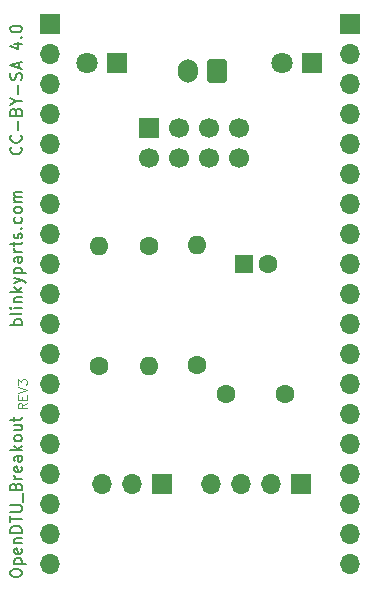
<source format=gbr>
%TF.GenerationSoftware,KiCad,Pcbnew,7.0.1*%
%TF.CreationDate,2023-04-19T22:29:49+02:00*%
%TF.ProjectId,OpenDTU_Breakout,4f70656e-4454-4555-9f42-7265616b6f75,rev?*%
%TF.SameCoordinates,Original*%
%TF.FileFunction,Soldermask,Top*%
%TF.FilePolarity,Negative*%
%FSLAX46Y46*%
G04 Gerber Fmt 4.6, Leading zero omitted, Abs format (unit mm)*
G04 Created by KiCad (PCBNEW 7.0.1) date 2023-04-19 22:29:49*
%MOMM*%
%LPD*%
G01*
G04 APERTURE LIST*
G04 Aperture macros list*
%AMRoundRect*
0 Rectangle with rounded corners*
0 $1 Rounding radius*
0 $2 $3 $4 $5 $6 $7 $8 $9 X,Y pos of 4 corners*
0 Add a 4 corners polygon primitive as box body*
4,1,4,$2,$3,$4,$5,$6,$7,$8,$9,$2,$3,0*
0 Add four circle primitives for the rounded corners*
1,1,$1+$1,$2,$3*
1,1,$1+$1,$4,$5*
1,1,$1+$1,$6,$7*
1,1,$1+$1,$8,$9*
0 Add four rect primitives between the rounded corners*
20,1,$1+$1,$2,$3,$4,$5,0*
20,1,$1+$1,$4,$5,$6,$7,0*
20,1,$1+$1,$6,$7,$8,$9,0*
20,1,$1+$1,$8,$9,$2,$3,0*%
G04 Aperture macros list end*
%ADD10C,0.125000*%
%ADD11C,0.150000*%
%ADD12C,1.600000*%
%ADD13O,1.600000X1.600000*%
%ADD14R,1.600000X1.600000*%
%ADD15R,1.700000X1.700000*%
%ADD16O,1.700000X1.700000*%
%ADD17R,1.800000X1.800000*%
%ADD18C,1.800000*%
%ADD19C,1.700000*%
%ADD20RoundRect,0.250000X0.600000X0.750000X-0.600000X0.750000X-0.600000X-0.750000X0.600000X-0.750000X0*%
%ADD21O,1.700000X2.000000*%
G04 APERTURE END LIST*
D10*
X119096964Y-118285714D02*
X118739821Y-118535714D01*
X119096964Y-118714285D02*
X118346964Y-118714285D01*
X118346964Y-118714285D02*
X118346964Y-118428571D01*
X118346964Y-118428571D02*
X118382678Y-118357142D01*
X118382678Y-118357142D02*
X118418392Y-118321428D01*
X118418392Y-118321428D02*
X118489821Y-118285714D01*
X118489821Y-118285714D02*
X118596964Y-118285714D01*
X118596964Y-118285714D02*
X118668392Y-118321428D01*
X118668392Y-118321428D02*
X118704107Y-118357142D01*
X118704107Y-118357142D02*
X118739821Y-118428571D01*
X118739821Y-118428571D02*
X118739821Y-118714285D01*
X118704107Y-117964285D02*
X118704107Y-117714285D01*
X119096964Y-117607142D02*
X119096964Y-117964285D01*
X119096964Y-117964285D02*
X118346964Y-117964285D01*
X118346964Y-117964285D02*
X118346964Y-117607142D01*
X118346964Y-117392857D02*
X119096964Y-117142857D01*
X119096964Y-117142857D02*
X118346964Y-116892857D01*
X118346964Y-116714286D02*
X118346964Y-116250000D01*
X118346964Y-116250000D02*
X118632678Y-116500000D01*
X118632678Y-116500000D02*
X118632678Y-116392857D01*
X118632678Y-116392857D02*
X118668392Y-116321429D01*
X118668392Y-116321429D02*
X118704107Y-116285714D01*
X118704107Y-116285714D02*
X118775535Y-116250000D01*
X118775535Y-116250000D02*
X118954107Y-116250000D01*
X118954107Y-116250000D02*
X119025535Y-116285714D01*
X119025535Y-116285714D02*
X119061250Y-116321429D01*
X119061250Y-116321429D02*
X119096964Y-116392857D01*
X119096964Y-116392857D02*
X119096964Y-116607143D01*
X119096964Y-116607143D02*
X119061250Y-116678571D01*
X119061250Y-116678571D02*
X119025535Y-116714286D01*
D11*
X118617380Y-96583333D02*
X118665000Y-96630952D01*
X118665000Y-96630952D02*
X118712619Y-96773809D01*
X118712619Y-96773809D02*
X118712619Y-96869047D01*
X118712619Y-96869047D02*
X118665000Y-97011904D01*
X118665000Y-97011904D02*
X118569761Y-97107142D01*
X118569761Y-97107142D02*
X118474523Y-97154761D01*
X118474523Y-97154761D02*
X118284047Y-97202380D01*
X118284047Y-97202380D02*
X118141190Y-97202380D01*
X118141190Y-97202380D02*
X117950714Y-97154761D01*
X117950714Y-97154761D02*
X117855476Y-97107142D01*
X117855476Y-97107142D02*
X117760238Y-97011904D01*
X117760238Y-97011904D02*
X117712619Y-96869047D01*
X117712619Y-96869047D02*
X117712619Y-96773809D01*
X117712619Y-96773809D02*
X117760238Y-96630952D01*
X117760238Y-96630952D02*
X117807857Y-96583333D01*
X118617380Y-95583333D02*
X118665000Y-95630952D01*
X118665000Y-95630952D02*
X118712619Y-95773809D01*
X118712619Y-95773809D02*
X118712619Y-95869047D01*
X118712619Y-95869047D02*
X118665000Y-96011904D01*
X118665000Y-96011904D02*
X118569761Y-96107142D01*
X118569761Y-96107142D02*
X118474523Y-96154761D01*
X118474523Y-96154761D02*
X118284047Y-96202380D01*
X118284047Y-96202380D02*
X118141190Y-96202380D01*
X118141190Y-96202380D02*
X117950714Y-96154761D01*
X117950714Y-96154761D02*
X117855476Y-96107142D01*
X117855476Y-96107142D02*
X117760238Y-96011904D01*
X117760238Y-96011904D02*
X117712619Y-95869047D01*
X117712619Y-95869047D02*
X117712619Y-95773809D01*
X117712619Y-95773809D02*
X117760238Y-95630952D01*
X117760238Y-95630952D02*
X117807857Y-95583333D01*
X118331666Y-95154761D02*
X118331666Y-94392857D01*
X118188809Y-93583333D02*
X118236428Y-93440476D01*
X118236428Y-93440476D02*
X118284047Y-93392857D01*
X118284047Y-93392857D02*
X118379285Y-93345238D01*
X118379285Y-93345238D02*
X118522142Y-93345238D01*
X118522142Y-93345238D02*
X118617380Y-93392857D01*
X118617380Y-93392857D02*
X118665000Y-93440476D01*
X118665000Y-93440476D02*
X118712619Y-93535714D01*
X118712619Y-93535714D02*
X118712619Y-93916666D01*
X118712619Y-93916666D02*
X117712619Y-93916666D01*
X117712619Y-93916666D02*
X117712619Y-93583333D01*
X117712619Y-93583333D02*
X117760238Y-93488095D01*
X117760238Y-93488095D02*
X117807857Y-93440476D01*
X117807857Y-93440476D02*
X117903095Y-93392857D01*
X117903095Y-93392857D02*
X117998333Y-93392857D01*
X117998333Y-93392857D02*
X118093571Y-93440476D01*
X118093571Y-93440476D02*
X118141190Y-93488095D01*
X118141190Y-93488095D02*
X118188809Y-93583333D01*
X118188809Y-93583333D02*
X118188809Y-93916666D01*
X118236428Y-92726190D02*
X118712619Y-92726190D01*
X117712619Y-93059523D02*
X118236428Y-92726190D01*
X118236428Y-92726190D02*
X117712619Y-92392857D01*
X118331666Y-92059523D02*
X118331666Y-91297619D01*
X118665000Y-90869047D02*
X118712619Y-90726190D01*
X118712619Y-90726190D02*
X118712619Y-90488095D01*
X118712619Y-90488095D02*
X118665000Y-90392857D01*
X118665000Y-90392857D02*
X118617380Y-90345238D01*
X118617380Y-90345238D02*
X118522142Y-90297619D01*
X118522142Y-90297619D02*
X118426904Y-90297619D01*
X118426904Y-90297619D02*
X118331666Y-90345238D01*
X118331666Y-90345238D02*
X118284047Y-90392857D01*
X118284047Y-90392857D02*
X118236428Y-90488095D01*
X118236428Y-90488095D02*
X118188809Y-90678571D01*
X118188809Y-90678571D02*
X118141190Y-90773809D01*
X118141190Y-90773809D02*
X118093571Y-90821428D01*
X118093571Y-90821428D02*
X117998333Y-90869047D01*
X117998333Y-90869047D02*
X117903095Y-90869047D01*
X117903095Y-90869047D02*
X117807857Y-90821428D01*
X117807857Y-90821428D02*
X117760238Y-90773809D01*
X117760238Y-90773809D02*
X117712619Y-90678571D01*
X117712619Y-90678571D02*
X117712619Y-90440476D01*
X117712619Y-90440476D02*
X117760238Y-90297619D01*
X118426904Y-89916666D02*
X118426904Y-89440476D01*
X118712619Y-90011904D02*
X117712619Y-89678571D01*
X117712619Y-89678571D02*
X118712619Y-89345238D01*
X118045952Y-87821428D02*
X118712619Y-87821428D01*
X117665000Y-88059523D02*
X118379285Y-88297618D01*
X118379285Y-88297618D02*
X118379285Y-87678571D01*
X118617380Y-87297618D02*
X118665000Y-87249999D01*
X118665000Y-87249999D02*
X118712619Y-87297618D01*
X118712619Y-87297618D02*
X118665000Y-87345237D01*
X118665000Y-87345237D02*
X118617380Y-87297618D01*
X118617380Y-87297618D02*
X118712619Y-87297618D01*
X117712619Y-86630952D02*
X117712619Y-86535714D01*
X117712619Y-86535714D02*
X117760238Y-86440476D01*
X117760238Y-86440476D02*
X117807857Y-86392857D01*
X117807857Y-86392857D02*
X117903095Y-86345238D01*
X117903095Y-86345238D02*
X118093571Y-86297619D01*
X118093571Y-86297619D02*
X118331666Y-86297619D01*
X118331666Y-86297619D02*
X118522142Y-86345238D01*
X118522142Y-86345238D02*
X118617380Y-86392857D01*
X118617380Y-86392857D02*
X118665000Y-86440476D01*
X118665000Y-86440476D02*
X118712619Y-86535714D01*
X118712619Y-86535714D02*
X118712619Y-86630952D01*
X118712619Y-86630952D02*
X118665000Y-86726190D01*
X118665000Y-86726190D02*
X118617380Y-86773809D01*
X118617380Y-86773809D02*
X118522142Y-86821428D01*
X118522142Y-86821428D02*
X118331666Y-86869047D01*
X118331666Y-86869047D02*
X118093571Y-86869047D01*
X118093571Y-86869047D02*
X117903095Y-86821428D01*
X117903095Y-86821428D02*
X117807857Y-86773809D01*
X117807857Y-86773809D02*
X117760238Y-86726190D01*
X117760238Y-86726190D02*
X117712619Y-86630952D01*
X118712619Y-111642857D02*
X117712619Y-111642857D01*
X118093571Y-111642857D02*
X118045952Y-111547619D01*
X118045952Y-111547619D02*
X118045952Y-111357143D01*
X118045952Y-111357143D02*
X118093571Y-111261905D01*
X118093571Y-111261905D02*
X118141190Y-111214286D01*
X118141190Y-111214286D02*
X118236428Y-111166667D01*
X118236428Y-111166667D02*
X118522142Y-111166667D01*
X118522142Y-111166667D02*
X118617380Y-111214286D01*
X118617380Y-111214286D02*
X118665000Y-111261905D01*
X118665000Y-111261905D02*
X118712619Y-111357143D01*
X118712619Y-111357143D02*
X118712619Y-111547619D01*
X118712619Y-111547619D02*
X118665000Y-111642857D01*
X118712619Y-110595238D02*
X118665000Y-110690476D01*
X118665000Y-110690476D02*
X118569761Y-110738095D01*
X118569761Y-110738095D02*
X117712619Y-110738095D01*
X118712619Y-110214285D02*
X118045952Y-110214285D01*
X117712619Y-110214285D02*
X117760238Y-110261904D01*
X117760238Y-110261904D02*
X117807857Y-110214285D01*
X117807857Y-110214285D02*
X117760238Y-110166666D01*
X117760238Y-110166666D02*
X117712619Y-110214285D01*
X117712619Y-110214285D02*
X117807857Y-110214285D01*
X118045952Y-109738095D02*
X118712619Y-109738095D01*
X118141190Y-109738095D02*
X118093571Y-109690476D01*
X118093571Y-109690476D02*
X118045952Y-109595238D01*
X118045952Y-109595238D02*
X118045952Y-109452381D01*
X118045952Y-109452381D02*
X118093571Y-109357143D01*
X118093571Y-109357143D02*
X118188809Y-109309524D01*
X118188809Y-109309524D02*
X118712619Y-109309524D01*
X118712619Y-108833333D02*
X117712619Y-108833333D01*
X118331666Y-108738095D02*
X118712619Y-108452381D01*
X118045952Y-108452381D02*
X118426904Y-108833333D01*
X118045952Y-108119047D02*
X118712619Y-107880952D01*
X118045952Y-107642857D02*
X118712619Y-107880952D01*
X118712619Y-107880952D02*
X118950714Y-107976190D01*
X118950714Y-107976190D02*
X118998333Y-108023809D01*
X118998333Y-108023809D02*
X119045952Y-108119047D01*
X118045952Y-107261904D02*
X119045952Y-107261904D01*
X118093571Y-107261904D02*
X118045952Y-107166666D01*
X118045952Y-107166666D02*
X118045952Y-106976190D01*
X118045952Y-106976190D02*
X118093571Y-106880952D01*
X118093571Y-106880952D02*
X118141190Y-106833333D01*
X118141190Y-106833333D02*
X118236428Y-106785714D01*
X118236428Y-106785714D02*
X118522142Y-106785714D01*
X118522142Y-106785714D02*
X118617380Y-106833333D01*
X118617380Y-106833333D02*
X118665000Y-106880952D01*
X118665000Y-106880952D02*
X118712619Y-106976190D01*
X118712619Y-106976190D02*
X118712619Y-107166666D01*
X118712619Y-107166666D02*
X118665000Y-107261904D01*
X118712619Y-105928571D02*
X118188809Y-105928571D01*
X118188809Y-105928571D02*
X118093571Y-105976190D01*
X118093571Y-105976190D02*
X118045952Y-106071428D01*
X118045952Y-106071428D02*
X118045952Y-106261904D01*
X118045952Y-106261904D02*
X118093571Y-106357142D01*
X118665000Y-105928571D02*
X118712619Y-106023809D01*
X118712619Y-106023809D02*
X118712619Y-106261904D01*
X118712619Y-106261904D02*
X118665000Y-106357142D01*
X118665000Y-106357142D02*
X118569761Y-106404761D01*
X118569761Y-106404761D02*
X118474523Y-106404761D01*
X118474523Y-106404761D02*
X118379285Y-106357142D01*
X118379285Y-106357142D02*
X118331666Y-106261904D01*
X118331666Y-106261904D02*
X118331666Y-106023809D01*
X118331666Y-106023809D02*
X118284047Y-105928571D01*
X118712619Y-105452380D02*
X118045952Y-105452380D01*
X118236428Y-105452380D02*
X118141190Y-105404761D01*
X118141190Y-105404761D02*
X118093571Y-105357142D01*
X118093571Y-105357142D02*
X118045952Y-105261904D01*
X118045952Y-105261904D02*
X118045952Y-105166666D01*
X118045952Y-104976189D02*
X118045952Y-104595237D01*
X117712619Y-104833332D02*
X118569761Y-104833332D01*
X118569761Y-104833332D02*
X118665000Y-104785713D01*
X118665000Y-104785713D02*
X118712619Y-104690475D01*
X118712619Y-104690475D02*
X118712619Y-104595237D01*
X118665000Y-104309522D02*
X118712619Y-104214284D01*
X118712619Y-104214284D02*
X118712619Y-104023808D01*
X118712619Y-104023808D02*
X118665000Y-103928570D01*
X118665000Y-103928570D02*
X118569761Y-103880951D01*
X118569761Y-103880951D02*
X118522142Y-103880951D01*
X118522142Y-103880951D02*
X118426904Y-103928570D01*
X118426904Y-103928570D02*
X118379285Y-104023808D01*
X118379285Y-104023808D02*
X118379285Y-104166665D01*
X118379285Y-104166665D02*
X118331666Y-104261903D01*
X118331666Y-104261903D02*
X118236428Y-104309522D01*
X118236428Y-104309522D02*
X118188809Y-104309522D01*
X118188809Y-104309522D02*
X118093571Y-104261903D01*
X118093571Y-104261903D02*
X118045952Y-104166665D01*
X118045952Y-104166665D02*
X118045952Y-104023808D01*
X118045952Y-104023808D02*
X118093571Y-103928570D01*
X118617380Y-103452379D02*
X118665000Y-103404760D01*
X118665000Y-103404760D02*
X118712619Y-103452379D01*
X118712619Y-103452379D02*
X118665000Y-103499998D01*
X118665000Y-103499998D02*
X118617380Y-103452379D01*
X118617380Y-103452379D02*
X118712619Y-103452379D01*
X118665000Y-102547618D02*
X118712619Y-102642856D01*
X118712619Y-102642856D02*
X118712619Y-102833332D01*
X118712619Y-102833332D02*
X118665000Y-102928570D01*
X118665000Y-102928570D02*
X118617380Y-102976189D01*
X118617380Y-102976189D02*
X118522142Y-103023808D01*
X118522142Y-103023808D02*
X118236428Y-103023808D01*
X118236428Y-103023808D02*
X118141190Y-102976189D01*
X118141190Y-102976189D02*
X118093571Y-102928570D01*
X118093571Y-102928570D02*
X118045952Y-102833332D01*
X118045952Y-102833332D02*
X118045952Y-102642856D01*
X118045952Y-102642856D02*
X118093571Y-102547618D01*
X118712619Y-101976189D02*
X118665000Y-102071427D01*
X118665000Y-102071427D02*
X118617380Y-102119046D01*
X118617380Y-102119046D02*
X118522142Y-102166665D01*
X118522142Y-102166665D02*
X118236428Y-102166665D01*
X118236428Y-102166665D02*
X118141190Y-102119046D01*
X118141190Y-102119046D02*
X118093571Y-102071427D01*
X118093571Y-102071427D02*
X118045952Y-101976189D01*
X118045952Y-101976189D02*
X118045952Y-101833332D01*
X118045952Y-101833332D02*
X118093571Y-101738094D01*
X118093571Y-101738094D02*
X118141190Y-101690475D01*
X118141190Y-101690475D02*
X118236428Y-101642856D01*
X118236428Y-101642856D02*
X118522142Y-101642856D01*
X118522142Y-101642856D02*
X118617380Y-101690475D01*
X118617380Y-101690475D02*
X118665000Y-101738094D01*
X118665000Y-101738094D02*
X118712619Y-101833332D01*
X118712619Y-101833332D02*
X118712619Y-101976189D01*
X118712619Y-101214284D02*
X118045952Y-101214284D01*
X118141190Y-101214284D02*
X118093571Y-101166665D01*
X118093571Y-101166665D02*
X118045952Y-101071427D01*
X118045952Y-101071427D02*
X118045952Y-100928570D01*
X118045952Y-100928570D02*
X118093571Y-100833332D01*
X118093571Y-100833332D02*
X118188809Y-100785713D01*
X118188809Y-100785713D02*
X118712619Y-100785713D01*
X118188809Y-100785713D02*
X118093571Y-100738094D01*
X118093571Y-100738094D02*
X118045952Y-100642856D01*
X118045952Y-100642856D02*
X118045952Y-100499999D01*
X118045952Y-100499999D02*
X118093571Y-100404760D01*
X118093571Y-100404760D02*
X118188809Y-100357141D01*
X118188809Y-100357141D02*
X118712619Y-100357141D01*
X117712619Y-132750000D02*
X117712619Y-132559524D01*
X117712619Y-132559524D02*
X117760238Y-132464286D01*
X117760238Y-132464286D02*
X117855476Y-132369048D01*
X117855476Y-132369048D02*
X118045952Y-132321429D01*
X118045952Y-132321429D02*
X118379285Y-132321429D01*
X118379285Y-132321429D02*
X118569761Y-132369048D01*
X118569761Y-132369048D02*
X118665000Y-132464286D01*
X118665000Y-132464286D02*
X118712619Y-132559524D01*
X118712619Y-132559524D02*
X118712619Y-132750000D01*
X118712619Y-132750000D02*
X118665000Y-132845238D01*
X118665000Y-132845238D02*
X118569761Y-132940476D01*
X118569761Y-132940476D02*
X118379285Y-132988095D01*
X118379285Y-132988095D02*
X118045952Y-132988095D01*
X118045952Y-132988095D02*
X117855476Y-132940476D01*
X117855476Y-132940476D02*
X117760238Y-132845238D01*
X117760238Y-132845238D02*
X117712619Y-132750000D01*
X118045952Y-131892857D02*
X119045952Y-131892857D01*
X118093571Y-131892857D02*
X118045952Y-131797619D01*
X118045952Y-131797619D02*
X118045952Y-131607143D01*
X118045952Y-131607143D02*
X118093571Y-131511905D01*
X118093571Y-131511905D02*
X118141190Y-131464286D01*
X118141190Y-131464286D02*
X118236428Y-131416667D01*
X118236428Y-131416667D02*
X118522142Y-131416667D01*
X118522142Y-131416667D02*
X118617380Y-131464286D01*
X118617380Y-131464286D02*
X118665000Y-131511905D01*
X118665000Y-131511905D02*
X118712619Y-131607143D01*
X118712619Y-131607143D02*
X118712619Y-131797619D01*
X118712619Y-131797619D02*
X118665000Y-131892857D01*
X118665000Y-130607143D02*
X118712619Y-130702381D01*
X118712619Y-130702381D02*
X118712619Y-130892857D01*
X118712619Y-130892857D02*
X118665000Y-130988095D01*
X118665000Y-130988095D02*
X118569761Y-131035714D01*
X118569761Y-131035714D02*
X118188809Y-131035714D01*
X118188809Y-131035714D02*
X118093571Y-130988095D01*
X118093571Y-130988095D02*
X118045952Y-130892857D01*
X118045952Y-130892857D02*
X118045952Y-130702381D01*
X118045952Y-130702381D02*
X118093571Y-130607143D01*
X118093571Y-130607143D02*
X118188809Y-130559524D01*
X118188809Y-130559524D02*
X118284047Y-130559524D01*
X118284047Y-130559524D02*
X118379285Y-131035714D01*
X118045952Y-130130952D02*
X118712619Y-130130952D01*
X118141190Y-130130952D02*
X118093571Y-130083333D01*
X118093571Y-130083333D02*
X118045952Y-129988095D01*
X118045952Y-129988095D02*
X118045952Y-129845238D01*
X118045952Y-129845238D02*
X118093571Y-129750000D01*
X118093571Y-129750000D02*
X118188809Y-129702381D01*
X118188809Y-129702381D02*
X118712619Y-129702381D01*
X118712619Y-129226190D02*
X117712619Y-129226190D01*
X117712619Y-129226190D02*
X117712619Y-128988095D01*
X117712619Y-128988095D02*
X117760238Y-128845238D01*
X117760238Y-128845238D02*
X117855476Y-128750000D01*
X117855476Y-128750000D02*
X117950714Y-128702381D01*
X117950714Y-128702381D02*
X118141190Y-128654762D01*
X118141190Y-128654762D02*
X118284047Y-128654762D01*
X118284047Y-128654762D02*
X118474523Y-128702381D01*
X118474523Y-128702381D02*
X118569761Y-128750000D01*
X118569761Y-128750000D02*
X118665000Y-128845238D01*
X118665000Y-128845238D02*
X118712619Y-128988095D01*
X118712619Y-128988095D02*
X118712619Y-129226190D01*
X117712619Y-128369047D02*
X117712619Y-127797619D01*
X118712619Y-128083333D02*
X117712619Y-128083333D01*
X117712619Y-127464285D02*
X118522142Y-127464285D01*
X118522142Y-127464285D02*
X118617380Y-127416666D01*
X118617380Y-127416666D02*
X118665000Y-127369047D01*
X118665000Y-127369047D02*
X118712619Y-127273809D01*
X118712619Y-127273809D02*
X118712619Y-127083333D01*
X118712619Y-127083333D02*
X118665000Y-126988095D01*
X118665000Y-126988095D02*
X118617380Y-126940476D01*
X118617380Y-126940476D02*
X118522142Y-126892857D01*
X118522142Y-126892857D02*
X117712619Y-126892857D01*
X118807857Y-126654762D02*
X118807857Y-125892857D01*
X118188809Y-125321428D02*
X118236428Y-125178571D01*
X118236428Y-125178571D02*
X118284047Y-125130952D01*
X118284047Y-125130952D02*
X118379285Y-125083333D01*
X118379285Y-125083333D02*
X118522142Y-125083333D01*
X118522142Y-125083333D02*
X118617380Y-125130952D01*
X118617380Y-125130952D02*
X118665000Y-125178571D01*
X118665000Y-125178571D02*
X118712619Y-125273809D01*
X118712619Y-125273809D02*
X118712619Y-125654761D01*
X118712619Y-125654761D02*
X117712619Y-125654761D01*
X117712619Y-125654761D02*
X117712619Y-125321428D01*
X117712619Y-125321428D02*
X117760238Y-125226190D01*
X117760238Y-125226190D02*
X117807857Y-125178571D01*
X117807857Y-125178571D02*
X117903095Y-125130952D01*
X117903095Y-125130952D02*
X117998333Y-125130952D01*
X117998333Y-125130952D02*
X118093571Y-125178571D01*
X118093571Y-125178571D02*
X118141190Y-125226190D01*
X118141190Y-125226190D02*
X118188809Y-125321428D01*
X118188809Y-125321428D02*
X118188809Y-125654761D01*
X118712619Y-124654761D02*
X118045952Y-124654761D01*
X118236428Y-124654761D02*
X118141190Y-124607142D01*
X118141190Y-124607142D02*
X118093571Y-124559523D01*
X118093571Y-124559523D02*
X118045952Y-124464285D01*
X118045952Y-124464285D02*
X118045952Y-124369047D01*
X118665000Y-123654761D02*
X118712619Y-123749999D01*
X118712619Y-123749999D02*
X118712619Y-123940475D01*
X118712619Y-123940475D02*
X118665000Y-124035713D01*
X118665000Y-124035713D02*
X118569761Y-124083332D01*
X118569761Y-124083332D02*
X118188809Y-124083332D01*
X118188809Y-124083332D02*
X118093571Y-124035713D01*
X118093571Y-124035713D02*
X118045952Y-123940475D01*
X118045952Y-123940475D02*
X118045952Y-123749999D01*
X118045952Y-123749999D02*
X118093571Y-123654761D01*
X118093571Y-123654761D02*
X118188809Y-123607142D01*
X118188809Y-123607142D02*
X118284047Y-123607142D01*
X118284047Y-123607142D02*
X118379285Y-124083332D01*
X118712619Y-122749999D02*
X118188809Y-122749999D01*
X118188809Y-122749999D02*
X118093571Y-122797618D01*
X118093571Y-122797618D02*
X118045952Y-122892856D01*
X118045952Y-122892856D02*
X118045952Y-123083332D01*
X118045952Y-123083332D02*
X118093571Y-123178570D01*
X118665000Y-122749999D02*
X118712619Y-122845237D01*
X118712619Y-122845237D02*
X118712619Y-123083332D01*
X118712619Y-123083332D02*
X118665000Y-123178570D01*
X118665000Y-123178570D02*
X118569761Y-123226189D01*
X118569761Y-123226189D02*
X118474523Y-123226189D01*
X118474523Y-123226189D02*
X118379285Y-123178570D01*
X118379285Y-123178570D02*
X118331666Y-123083332D01*
X118331666Y-123083332D02*
X118331666Y-122845237D01*
X118331666Y-122845237D02*
X118284047Y-122749999D01*
X118712619Y-122273808D02*
X117712619Y-122273808D01*
X118331666Y-122178570D02*
X118712619Y-121892856D01*
X118045952Y-121892856D02*
X118426904Y-122273808D01*
X118712619Y-121321427D02*
X118665000Y-121416665D01*
X118665000Y-121416665D02*
X118617380Y-121464284D01*
X118617380Y-121464284D02*
X118522142Y-121511903D01*
X118522142Y-121511903D02*
X118236428Y-121511903D01*
X118236428Y-121511903D02*
X118141190Y-121464284D01*
X118141190Y-121464284D02*
X118093571Y-121416665D01*
X118093571Y-121416665D02*
X118045952Y-121321427D01*
X118045952Y-121321427D02*
X118045952Y-121178570D01*
X118045952Y-121178570D02*
X118093571Y-121083332D01*
X118093571Y-121083332D02*
X118141190Y-121035713D01*
X118141190Y-121035713D02*
X118236428Y-120988094D01*
X118236428Y-120988094D02*
X118522142Y-120988094D01*
X118522142Y-120988094D02*
X118617380Y-121035713D01*
X118617380Y-121035713D02*
X118665000Y-121083332D01*
X118665000Y-121083332D02*
X118712619Y-121178570D01*
X118712619Y-121178570D02*
X118712619Y-121321427D01*
X118045952Y-120130951D02*
X118712619Y-120130951D01*
X118045952Y-120559522D02*
X118569761Y-120559522D01*
X118569761Y-120559522D02*
X118665000Y-120511903D01*
X118665000Y-120511903D02*
X118712619Y-120416665D01*
X118712619Y-120416665D02*
X118712619Y-120273808D01*
X118712619Y-120273808D02*
X118665000Y-120178570D01*
X118665000Y-120178570D02*
X118617380Y-120130951D01*
X118045952Y-119797617D02*
X118045952Y-119416665D01*
X117712619Y-119654760D02*
X118569761Y-119654760D01*
X118569761Y-119654760D02*
X118665000Y-119607141D01*
X118665000Y-119607141D02*
X118712619Y-119511903D01*
X118712619Y-119511903D02*
X118712619Y-119416665D01*
D12*
%TO.C,R3*%
X129500000Y-104920000D03*
D13*
X129500000Y-115080000D03*
%TD*%
D12*
%TO.C,R2*%
X133500000Y-115000000D03*
D13*
X133500000Y-104840000D03*
%TD*%
D12*
%TO.C,R1*%
X125250000Y-115080000D03*
D13*
X125250000Y-104920000D03*
%TD*%
D14*
%TO.C,C1*%
X137544888Y-106500000D03*
D12*
X139544888Y-106500000D03*
%TD*%
%TO.C,C2*%
X136000000Y-117500000D03*
X141000000Y-117500000D03*
%TD*%
D15*
%TO.C,U1*%
X121075000Y-86190000D03*
D16*
X121075000Y-88730000D03*
X121075000Y-91270000D03*
X121075000Y-93810000D03*
X121075000Y-96350000D03*
X121075000Y-98890000D03*
X121075000Y-101430000D03*
X121075000Y-103970000D03*
X121075000Y-106510000D03*
X121075000Y-109050000D03*
X121075000Y-111590000D03*
X121075000Y-114130000D03*
X121075000Y-116670000D03*
X121075000Y-119210000D03*
X121075000Y-121750000D03*
X121075000Y-124290000D03*
X121075000Y-126830000D03*
X121075000Y-129370000D03*
X121075000Y-131910000D03*
X146475000Y-131910000D03*
X146475000Y-129370000D03*
X146475000Y-126830000D03*
X146475000Y-124290000D03*
X146475000Y-121750000D03*
X146475000Y-119210000D03*
X146475000Y-116670000D03*
X146475000Y-114130000D03*
X146475000Y-111590000D03*
X146475000Y-109050000D03*
X146475000Y-106510000D03*
X146475000Y-103970000D03*
X146475000Y-101430000D03*
X146475000Y-98890000D03*
X146475000Y-96350000D03*
X146475000Y-93810000D03*
X146475000Y-91270000D03*
X146475000Y-88730000D03*
D15*
X146475000Y-86190000D03*
%TD*%
D17*
%TO.C,D2*%
X143275000Y-89500000D03*
D18*
X140735000Y-89500000D03*
%TD*%
D15*
%TO.C,U2*%
X129500000Y-95000000D03*
D19*
X129500000Y-97540000D03*
X132040000Y-95000000D03*
X132040000Y-97540000D03*
X134580000Y-95000000D03*
X134580000Y-97540000D03*
X137120000Y-95000000D03*
X137120000Y-97540000D03*
%TD*%
D15*
%TO.C,J1*%
X142300000Y-125125000D03*
D16*
X139760000Y-125125000D03*
X137220000Y-125125000D03*
X134680000Y-125125000D03*
%TD*%
D20*
%TO.C,J2*%
X135250000Y-90170000D03*
D21*
X132750000Y-90170000D03*
%TD*%
D15*
%TO.C,J3*%
X130525000Y-125125000D03*
D16*
X127985000Y-125125000D03*
X125445000Y-125125000D03*
%TD*%
D17*
%TO.C,D1*%
X126775000Y-89500000D03*
D18*
X124235000Y-89500000D03*
%TD*%
M02*

</source>
